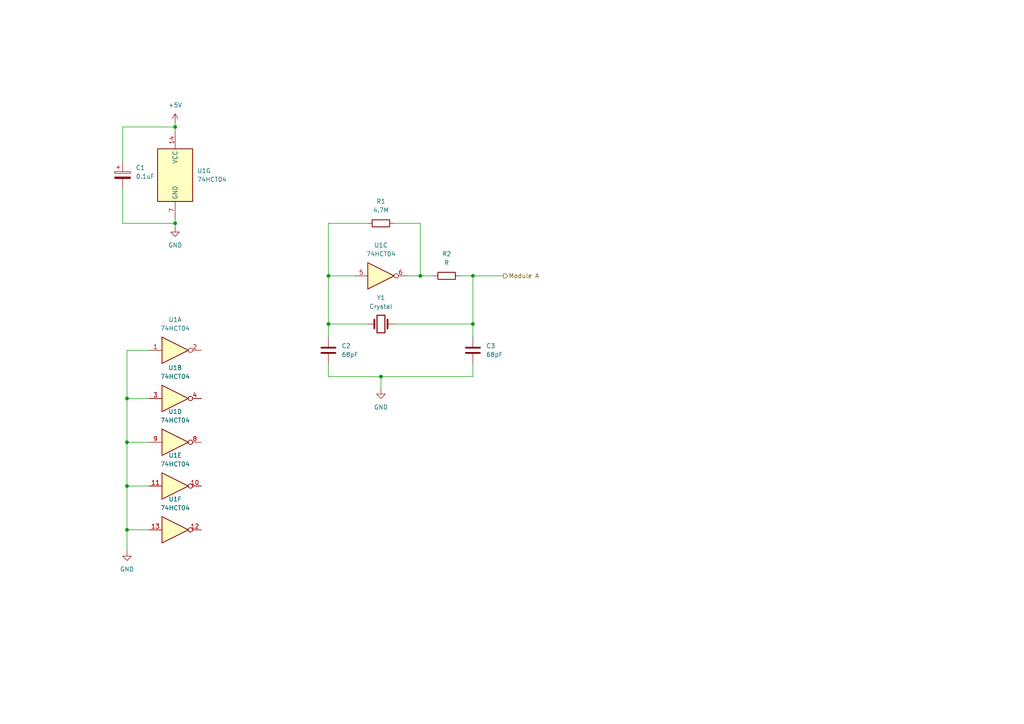
<source format=kicad_sch>
(kicad_sch (version 20231120) (generator "eeschema") (generator_version "8.0")
  (paper "A4")
  (lib_symbols
    (symbol "74xx:74HCT04"
      (property "Reference" "U" (at 0 1.27 0))
      (property "Value" "74HCT04" (at 0 -1.27 0))
      (symbol "74HCT04_1_0"
        (polyline (pts (xy -3.81 3.81) (xy -3.81 -3.81) (xy 3.81 0) (xy -3.81 3.81)) (stroke (width 0.254)) (fill (type background)))
        (pin input line (at -7.62 0 0) (length 3.81) (name "~") (number "1"))
        (pin output inverted (at 7.62 0 180) (length 3.81) (name "~") (number "2"))
      )
      (symbol "74HCT04_2_0"
        (polyline (pts (xy -3.81 3.81) (xy -3.81 -3.81) (xy 3.81 0) (xy -3.81 3.81)) (stroke (width 0.254)) (fill (type background)))
        (pin input line (at -7.62 0 0) (length 3.81) (name "~") (number "3"))
        (pin output inverted (at 7.62 0 180) (length 3.81) (name "~") (number "4"))
      )
      (symbol "74HCT04_3_0"
        (polyline (pts (xy -3.81 3.81) (xy -3.81 -3.81) (xy 3.81 0) (xy -3.81 3.81)) (stroke (width 0.254)) (fill (type background)))
        (pin input line (at -7.62 0 0) (length 3.81) (name "~") (number "5"))
        (pin output inverted (at 7.62 0 180) (length 3.81) (name "~") (number "6"))
      )
      (symbol "74HCT04_4_0"
        (polyline (pts (xy -3.81 3.81) (xy -3.81 -3.81) (xy 3.81 0) (xy -3.81 3.81)) (stroke (width 0.254)) (fill (type background)))
        (pin output inverted (at 7.62 0 180) (length 3.81) (name "~") (number "8"))
        (pin input line (at -7.62 0 0) (length 3.81) (name "~") (number "9"))
      )
      (symbol "74HCT04_5_0"
        (polyline (pts (xy -3.81 3.81) (xy -3.81 -3.81) (xy 3.81 0) (xy -3.81 3.81)) (stroke (width 0.254)) (fill (type background)))
        (pin output inverted (at 7.62 0 180) (length 3.81) (name "~") (number "10"))
        (pin input line (at -7.62 0 0) (length 3.81) (name "~") (number "11"))
      )
      (symbol "74HCT04_6_0"
        (polyline (pts (xy -3.81 3.81) (xy -3.81 -3.81) (xy 3.81 0) (xy -3.81 3.81)) (stroke (width 0.254)) (fill (type background)))
        (pin output inverted (at 7.62 0 180) (length 3.81) (name "~") (number "12"))
        (pin input line (at -7.62 0 0) (length 3.81) (name "~") (number "13"))
      )
      (symbol "74HCT04_7_0"
        (pin power_in line (at 0 12.7 270) (length 5.08) (name "VCC") (number "14"))
        (pin power_in line (at 0 -12.7 90) (length 5.08) (name "GND") (number "7"))
      )
      (symbol "74HCT04_7_1"
        (rectangle (start -5.08 7.62) (end 5.08 -7.62) (stroke (width 0.254)) (fill (type background)))
      )
    )
    (symbol "Device:C" (pin_numbers hide) (pin_names (offset 0.254))
      (property "Reference" "C" (at 0.635 2.54 0))
      (property "Value" "C" (at 0.635 -2.54 0))
      (symbol "C_0_1"
        (polyline (pts (xy -2.032 -0.762) (xy 2.032 -0.762)) (stroke (width 0.508)))
        (polyline (pts (xy -2.032 0.762) (xy 2.032 0.762)) (stroke (width 0.508)))
      )
      (symbol "C_1_1"
        (pin passive line (at 0 3.81 270) (length 2.794) (name "~") (number "1"))
        (pin passive line (at 0 -3.81 90) (length 2.794) (name "~") (number "2"))
      )
    )
    (symbol "Device:C_Polarized" (pin_numbers hide) (pin_names (offset 0.254))
      (property "Reference" "C" (at 0.635 2.54 0))
      (property "Value" "C_Polarized" (at 0.635 -2.54 0))
      (symbol "C_Polarized_0_1"
        (rectangle (start -2.286 0.508) (end 2.286 1.016))
        (polyline (pts (xy -1.778 2.286) (xy -0.762 2.286)))
        (polyline (pts (xy -1.27 2.794) (xy -1.27 1.778)))
        (rectangle (start 2.286 -0.508) (end -2.286 -1.016) (fill (type outline)))
      )
      (symbol "C_Polarized_1_1"
        (pin passive line (at 0 3.81 270) (length 2.794) (name "~") (number "1"))
        (pin passive line (at 0 -3.81 90) (length 2.794) (name "~") (number "2"))
      )
    )
    (symbol "Device:Crystal" (pin_numbers hide) (pin_names (offset 1.016) hide)
      (property "Reference" "Y" (at 0 3.81 0))
      (property "Value" "Crystal" (at 0 -3.81 0))
      (symbol "Crystal_0_1"
        (rectangle (start -1.143 2.54) (end 1.143 -2.54) (stroke (width 0.3048)))
        (polyline (pts (xy -2.54 0) (xy -1.905 0)))
        (polyline (pts (xy -1.905 -1.27) (xy -1.905 1.27)) (stroke (width 0.508)))
        (polyline (pts (xy 1.905 -1.27) (xy 1.905 1.27)) (stroke (width 0.508)))
        (polyline (pts (xy 2.54 0) (xy 1.905 0)))
      )
      (symbol "Crystal_1_1"
        (pin passive line (at -3.81 0 0) (length 1.27) (name "1") (number "1"))
        (pin passive line (at 3.81 0 180) (length 1.27) (name "2") (number "2"))
      )
    )
    (symbol "Device:R" (pin_numbers hide) (pin_names (offset 0))
      (property "Reference" "R" (at 2.032 0 90))
      (property "Value" "R" (at 0 0 90))
      (symbol "R_0_1"
        (rectangle (start -1.016 -2.54) (end 1.016 2.54) (stroke (width 0.254)))
      )
      (symbol "R_1_1"
        (pin passive line (at 0 3.81 270) (length 1.27) (name "~") (number "1"))
        (pin passive line (at 0 -3.81 90) (length 1.27) (name "~") (number "2"))
      )
    )
    (symbol "power:+5V" (power) (pin_numbers hide) (pin_names (offset 0) hide)
      (property "Value" "+5V" (at 0 3.556 0))
      (symbol "+5V_0_1"
        (polyline (pts (xy -0.762 1.27) (xy 0 2.54)))
        (polyline (pts (xy 0 0) (xy 0 2.54)))
        (polyline (pts (xy 0 2.54) (xy 0.762 1.27)))
      )
      (symbol "+5V_1_1"
        (pin power_in line (at 0 0 90) (length 0) (name "~") (number "1"))
      )
    )
    (symbol "power:GND" (power) (pin_numbers hide) (pin_names (offset 0) hide)
      (property "Value" "GND" (at 0 -3.81 0))
      (symbol "GND_0_1"
        (polyline (pts (xy 0 0) (xy 0 -1.27) (xy 1.27 -1.27) (xy 0 -2.54) (xy -1.27 -1.27) (xy 0 -1.27)))
      )
      (symbol "GND_1_1"
        (pin power_in line (at 0 0 270) (length 0) (name "~") (number "1"))
      )
    )
  )
  (junction (at 50.8 64.77))
  (junction (at 36.83 140.97))
  (junction (at 137.16 80.01))
  (junction (at 36.83 153.67))
  (junction (at 95.25 93.98))
  (junction (at 110.49 109.22))
  (junction (at 50.8 36.83))
  (junction (at 137.16 93.98))
  (junction (at 36.83 128.27))
  (junction (at 95.25 80.01))
  (junction (at 121.92 80.01))
  (junction (at 36.83 115.57))
  (wire (pts (xy 95.25 93.98) (xy 106.68 93.98)))
  (wire (pts (xy 50.8 35.56) (xy 50.8 36.83)))
  (wire (pts (xy 36.83 140.97) (xy 36.83 128.27)))
  (wire (pts (xy 36.83 153.67) (xy 36.83 140.97)))
  (wire (pts (xy 121.92 80.01) (xy 125.73 80.01)))
  (wire (pts (xy 50.8 63.5) (xy 50.8 64.77)))
  (wire (pts (xy 35.56 54.61) (xy 35.56 64.77)))
  (wire (pts (xy 36.83 140.97) (xy 43.18 140.97)))
  (wire (pts (xy 95.25 64.77) (xy 95.25 80.01)))
  (wire (pts (xy 95.25 109.22) (xy 110.49 109.22)))
  (wire (pts (xy 36.83 128.27) (xy 36.83 115.57)))
  (wire (pts (xy 118.11 80.01) (xy 121.92 80.01)))
  (wire (pts (xy 36.83 128.27) (xy 43.18 128.27)))
  (wire (pts (xy 35.56 46.99) (xy 35.56 36.83)))
  (wire (pts (xy 35.56 64.77) (xy 50.8 64.77)))
  (wire (pts (xy 137.16 93.98) (xy 137.16 80.01)))
  (wire (pts (xy 102.87 80.01) (xy 95.25 80.01)))
  (wire (pts (xy 95.25 97.79) (xy 95.25 93.98)))
  (wire (pts (xy 137.16 109.22) (xy 137.16 105.41)))
  (wire (pts (xy 36.83 153.67) (xy 43.18 153.67)))
  (wire (pts (xy 50.8 64.77) (xy 50.8 66.04)))
  (wire (pts (xy 35.56 36.83) (xy 50.8 36.83)))
  (wire (pts (xy 36.83 115.57) (xy 36.83 101.6)))
  (wire (pts (xy 106.68 64.77) (xy 95.25 64.77)))
  (wire (pts (xy 95.25 105.41) (xy 95.25 109.22)))
  (wire (pts (xy 36.83 101.6) (xy 43.18 101.6)))
  (wire (pts (xy 50.8 36.83) (xy 50.8 38.1)))
  (wire (pts (xy 114.3 93.98) (xy 137.16 93.98)))
  (wire (pts (xy 137.16 97.79) (xy 137.16 93.98)))
  (wire (pts (xy 137.16 80.01) (xy 146.05 80.01)))
  (wire (pts (xy 110.49 109.22) (xy 110.49 113.03)))
  (wire (pts (xy 36.83 160.02) (xy 36.83 153.67)))
  (wire (pts (xy 133.35 80.01) (xy 137.16 80.01)))
  (wire (pts (xy 110.49 109.22) (xy 137.16 109.22)))
  (wire (pts (xy 114.3 64.77) (xy 121.92 64.77)))
  (wire (pts (xy 95.25 80.01) (xy 95.25 93.98)))
  (wire (pts (xy 36.83 115.57) (xy 43.18 115.57)))
  (wire (pts (xy 121.92 64.77) (xy 121.92 80.01)))
  (hierarchical_label "Module A" (shape output) (at 146.05 80.01 0))
  (symbol (lib_id "74xx:74HCT04") (at 110.49 80.01 0) (unit 3)
    (property "Reference" "U1" (at 110.49 71.12 0))
    (property "Value" "74HCT04" (at 110.49 73.66 0))
    (property "Datasheet" "https://assets.nexperia.com/documents/data-sheet/74HC_HCT04.pdf" (effects (hide yes)))
    (property "Description" "Hex Inverter" (effects (hide yes)))
  )
  (symbol (lib_id "74xx:74HCT04") (at 50.8 140.97 0) (unit 5)
    (property "Reference" "U1" (at 50.8 132.08 0))
    (property "Value" "74HCT04" (at 50.8 134.62 0))
    (property "Datasheet" "https://assets.nexperia.com/documents/data-sheet/74HC_HCT04.pdf" (effects (hide yes)))
    (property "Description" "Hex Inverter" (effects (hide yes)))
  )
  (symbol (lib_id "74xx:74HCT04") (at 50.8 153.67 0) (unit 6)
    (property "Reference" "U1" (at 50.8 144.78 0))
    (property "Value" "74HCT04" (at 50.8 147.32 0))
    (property "Datasheet" "https://assets.nexperia.com/documents/data-sheet/74HC_HCT04.pdf" (effects (hide yes)))
    (property "Description" "Hex Inverter" (effects (hide yes)))
  )
  (symbol (lib_id "power:+5V") (at 50.8 35.56 0) (unit 1)
    (property "Reference" "#PWR03" (effects (hide yes)))
    (property "Value" "+5V" (at 50.8 30.48 0))
    (property "Description" "Power symbol creates a global label with name \"+5V\"" (effects (hide yes)))
  )
  (symbol (lib_id "Device:C_Polarized") (at 35.56 50.8 0) (unit 1)
    (property "Reference" "C1" (at 39.37 48.6409 0) (effects (justify left)))
    (property "Value" "0.1uF" (at 39.37 51.1809 0) (effects (justify left)))
    (property "Description" "Polarized capacitor" (effects (hide yes)))
  )
  (symbol (lib_id "74xx:74HCT04") (at 50.8 128.27 0) (unit 4)
    (property "Reference" "U1" (at 50.8 119.38 0))
    (property "Value" "74HCT04" (at 50.8 121.92 0))
    (property "Datasheet" "https://assets.nexperia.com/documents/data-sheet/74HC_HCT04.pdf" (effects (hide yes)))
    (property "Description" "Hex Inverter" (effects (hide yes)))
  )
  (symbol (lib_id "74xx:74HCT04") (at 50.8 115.57 0) (unit 2)
    (property "Reference" "U1" (at 50.8 106.68 0))
    (property "Value" "74HCT04" (at 50.8 109.22 0))
    (property "Datasheet" "https://assets.nexperia.com/documents/data-sheet/74HC_HCT04.pdf" (effects (hide yes)))
    (property "Description" "Hex Inverter" (effects (hide yes)))
  )
  (symbol (lib_id "Device:C") (at 137.16 101.6 0) (unit 1)
    (property "Reference" "C3" (at 140.97 100.3299 0) (effects (justify left)))
    (property "Value" "68pF" (at 140.97 102.8699 0) (effects (justify left)))
    (property "Description" "Unpolarized capacitor" (effects (hide yes)))
  )
  (symbol (lib_id "Device:R") (at 110.49 64.77 90) (unit 1)
    (property "Reference" "R1" (at 110.49 58.42 90))
    (property "Value" "4.7M" (at 110.49 60.96 90))
    (property "Description" "Resistor" (effects (hide yes)))
  )
  (symbol (lib_id "power:GND") (at 110.49 113.03 0) (unit 1)
    (property "Reference" "#PWR04" (effects (hide yes)))
    (property "Value" "GND" (at 110.49 118.11 0))
    (property "Description" "Power symbol creates a global label with name \"GND\" , ground" (effects (hide yes)))
  )
  (symbol (lib_id "power:GND") (at 50.8 66.04 0) (unit 1)
    (property "Reference" "#PWR02" (effects (hide yes)))
    (property "Value" "GND" (at 50.8 71.12 0))
    (property "Description" "Power symbol creates a global label with name \"GND\" , ground" (effects (hide yes)))
  )
  (symbol (lib_id "Device:Crystal") (at 110.49 93.98 0) (unit 1)
    (property "Reference" "Y1" (at 110.49 86.36 0))
    (property "Value" "Crystal" (at 110.49 88.9 0))
    (property "Description" "Two pin crystal" (effects (hide yes)))
  )
  (symbol (lib_id "Device:R") (at 129.54 80.01 90) (unit 1)
    (property "Reference" "R2" (at 129.54 73.66 90))
    (property "Value" "R" (at 129.54 76.2 90))
    (property "Description" "Resistor" (effects (hide yes)))
  )
  (symbol (lib_id "74xx:74HCT04") (at 50.8 50.8 0) (unit 7)
    (property "Reference" "U1" (at 57.15 49.5299 0) (effects (justify left)))
    (property "Value" "74HCT04" (at 57.15 52.0699 0) (effects (justify left)))
    (property "Datasheet" "https://assets.nexperia.com/documents/data-sheet/74HC_HCT04.pdf" (effects (hide yes)))
    (property "Description" "Hex Inverter" (effects (hide yes)))
  )
  (symbol (lib_id "74xx:74HCT04") (at 50.8 101.6 0) (unit 1)
    (property "Reference" "U1" (at 50.8 92.71 0))
    (property "Value" "74HCT04" (at 50.8 95.25 0))
    (property "Datasheet" "https://assets.nexperia.com/documents/data-sheet/74HC_HCT04.pdf" (effects (hide yes)))
    (property "Description" "Hex Inverter" (effects (hide yes)))
  )
  (symbol (lib_id "power:GND") (at 36.83 160.02 0) (unit 1)
    (property "Reference" "#PWR01" (effects (hide yes)))
    (property "Value" "GND" (at 36.83 165.1 0))
    (property "Description" "Power symbol creates a global label with name \"GND\" , ground" (effects (hide yes)))
  )
  (symbol (lib_id "Device:C") (at 95.25 101.6 0) (unit 1)
    (property "Reference" "C2" (at 99.06 100.3299 0) (effects (justify left)))
    (property "Value" "68pF" (at 99.06 102.8699 0) (effects (justify left)))
    (property "Description" "Unpolarized capacitor" (effects (hide yes)))
  )
)
</source>
